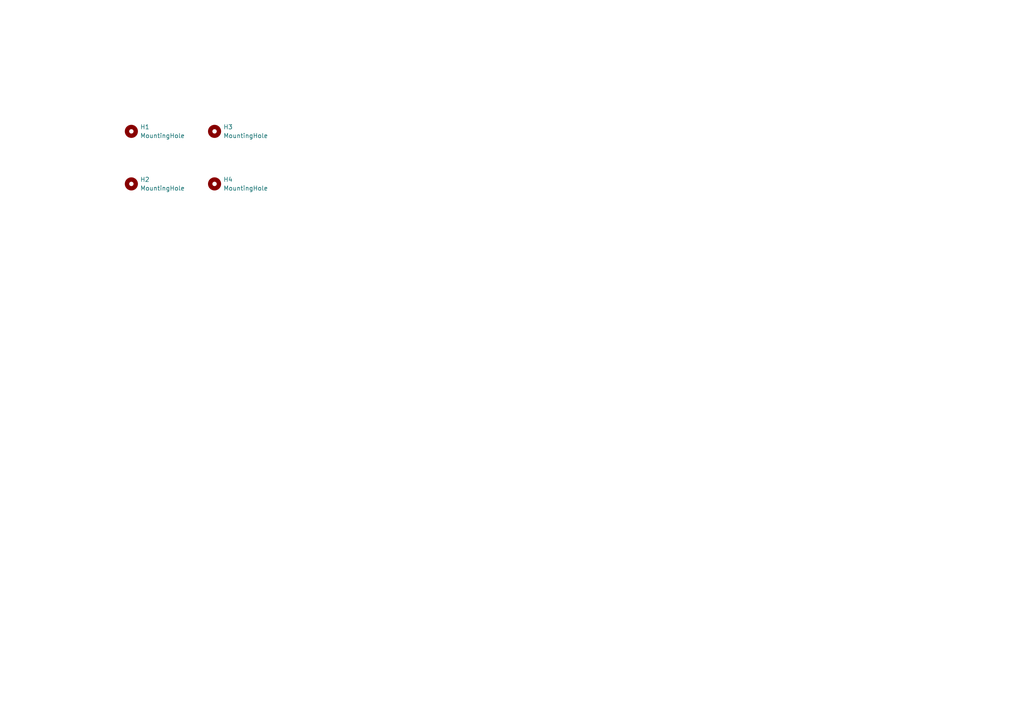
<source format=kicad_sch>
(kicad_sch (version 20211123) (generator eeschema)
  (paper "A4")
  (lib_symbols
    (symbol "Mechanical:MountingHole" (pin_names (offset 1.016))
      (property "Reference" "H" (at 0 5.08 0))
      (property "Value" "MountingHole" (at 0 3.175 0))
      (symbol "MountingHole_0_1"
        (circle (center 0 0) (radius 1.27) (stroke (width 1.27)))
      )
    )
  )
  (symbol (lib_id "Mechanical:MountingHole") (at 38.1 38.1 0) (unit 1)
    (property "Reference" "H1" (at 40.64 36.8299 0) (effects (justify left)))
    (property "Value" "MountingHole" (at 40.64 39.3699 0) (effects (justify left)))
    (property "Footprint" "sebs_mounting:m3_hole_no_copper" (effects hide))
  )
  (symbol (lib_id "Mechanical:MountingHole") (at 38.1 53.34 0) (unit 1)
    (property "Reference" "H2" (at 40.64 52.0699 0) (effects (justify left)))
    (property "Value" "MountingHole" (at 40.64 54.6099 0) (effects (justify left)))
    (property "Footprint" "sebs_mounting:m3_hole_no_copper" (effects hide))
  )
  (symbol (lib_id "Mechanical:MountingHole") (at 62.23 38.1 0) (unit 1)
    (property "Reference" "H3" (at 64.77 36.8299 0) (effects (justify left)))
    (property "Value" "MountingHole" (at 64.77 39.3699 0) (effects (justify left)))
    (property "Footprint" "sebs_mounting:m3_hole_no_copper" (effects hide))
  )
  (symbol (lib_id "Mechanical:MountingHole") (at 62.23 53.34 0) (unit 1)
    (property "Reference" "H4" (at 64.77 52.0699 0) (effects (justify left)))
    (property "Value" "MountingHole" (at 64.77 54.6099 0) (effects (justify left)))
    (property "Footprint" "sebs_mounting:m3_hole_no_copper" (effects hide))
  )
)
</source>
